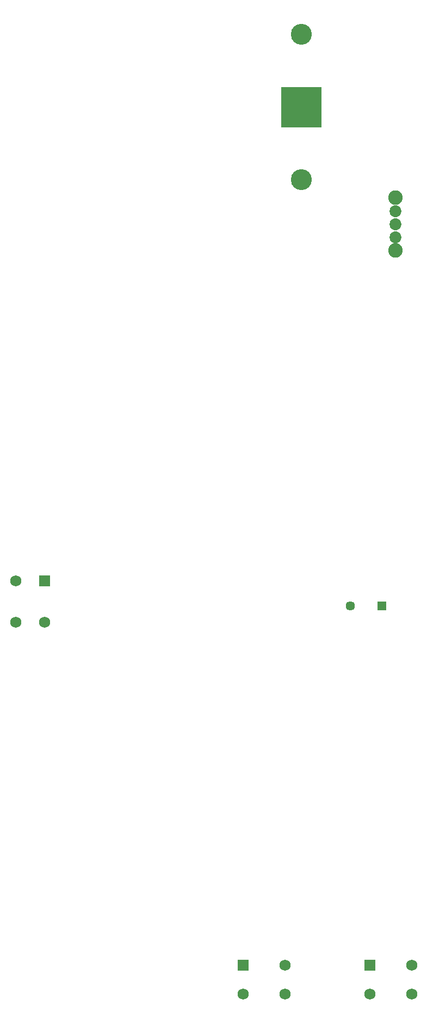
<source format=gbr>
%FSLAX23Y23*%
%MOIN*%
G04 EasyPC Gerber Version 17.0 Build 3379 *
%ADD98R,0.24622X0.24622*%
%ADD88R,0.05700X0.05700*%
%ADD27R,0.06900X0.06900*%
%ADD89C,0.05700*%
%ADD28C,0.06900*%
%ADD20C,0.07000*%
%ADD90C,0.07299*%
%ADD91C,0.08874*%
%ADD92C,0.12811*%
X0Y0D02*
D02*
D20*
X2028Y5715D03*
D02*
D27*
X455Y2809D03*
X1672Y455D03*
X2447D03*
D02*
D28*
X278Y2553D03*
Y2809D03*
X455Y2553D03*
X1672Y278D03*
X1928D03*
Y455D03*
X2447Y278D03*
X2703D03*
Y455D03*
D02*
D88*
X2520Y2653D03*
D02*
D89*
X2328D03*
D02*
D90*
X2603Y4912D03*
Y4991D03*
Y5070D03*
D02*
D91*
Y4830D03*
Y5153D03*
D02*
D92*
X2028Y5263D03*
Y6153D03*
D02*
D98*
Y5708D03*
X0Y0D02*
M02*

</source>
